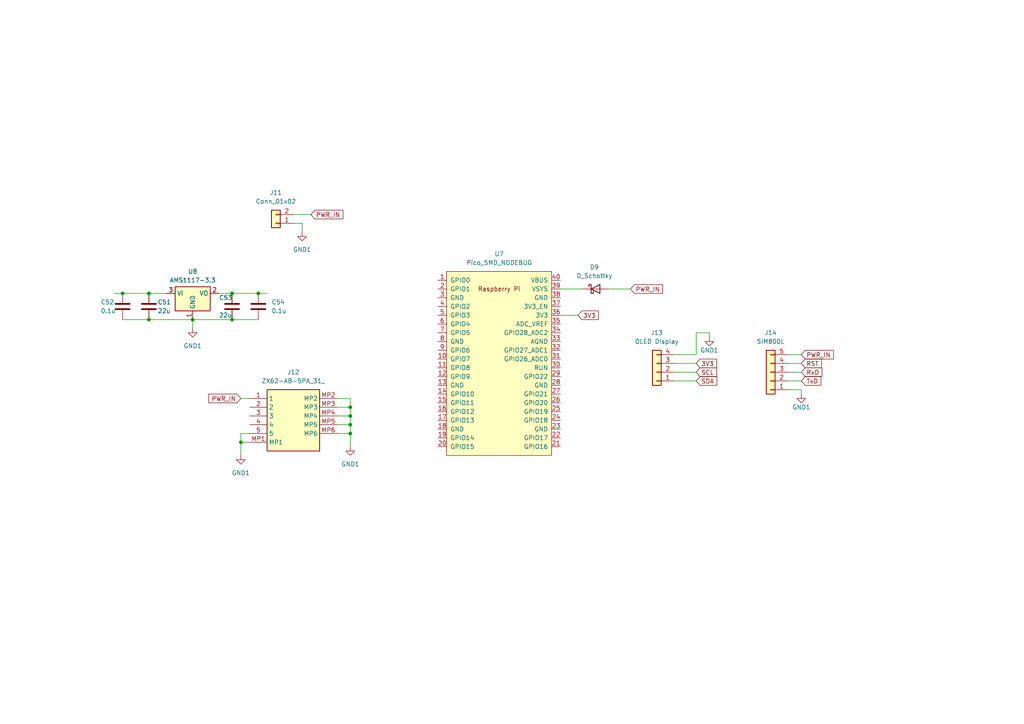
<source format=kicad_sch>
(kicad_sch (version 20230121) (generator eeschema)
  (paper "A4")
  (title_block (date "2024-03-05") (rev "1") (company "Group TUE-01, EE344 \\nAutodialing alarm system for temperature and humidity monitoring\\n\\n\\n\\n"))
  (lib_symbols
    (symbol "Connector_Generic:Conn_01x02" (pin_names (offset 1.016) hide)
      (property "Reference" "J" (at 0 2.54 0))
      (property "Value" "Conn_01x02" (at 0 -5.08 0))
      (symbol "Conn_01x02_1_1"
        (rectangle (start -1.27 -2.413) (end 0 -2.667) (stroke (width 0.1524)))
        (rectangle (start -1.27 0.127) (end 0 -0.127) (stroke (width 0.1524)))
        (rectangle (start -1.27 1.27) (end 1.27 -3.81) (stroke (width 0.254)) (fill (type background)))
        (pin passive line (at -5.08 0 0) (length 3.81) (name "Pin_1") (number "1"))
        (pin passive line (at -5.08 -2.54 0) (length 3.81) (name "Pin_2") (number "2"))
      )
    )
    (symbol "Connector_Generic:Conn_01x04" (pin_names (offset 1.016) hide)
      (property "Reference" "J" (at 0 5.08 0))
      (property "Value" "Conn_01x04" (at 0 -7.62 0))
      (symbol "Conn_01x04_1_1"
        (rectangle (start -1.27 -4.953) (end 0 -5.207) (stroke (width 0.1524)))
        (rectangle (start -1.27 -2.413) (end 0 -2.667) (stroke (width 0.1524)))
        (rectangle (start -1.27 0.127) (end 0 -0.127) (stroke (width 0.1524)))
        (rectangle (start -1.27 2.667) (end 0 2.413) (stroke (width 0.1524)))
        (rectangle (start -1.27 3.81) (end 1.27 -6.35) (stroke (width 0.254)) (fill (type background)))
        (pin passive line (at -5.08 2.54 0) (length 3.81) (name "Pin_1") (number "1"))
        (pin passive line (at -5.08 0 0) (length 3.81) (name "Pin_2") (number "2"))
        (pin passive line (at -5.08 -2.54 0) (length 3.81) (name "Pin_3") (number "3"))
        (pin passive line (at -5.08 -5.08 0) (length 3.81) (name "Pin_4") (number "4"))
      )
    )
    (symbol "Connector_Generic:Conn_01x05" (pin_names (offset 1.016) hide)
      (property "Reference" "J" (at 0 7.62 0))
      (property "Value" "Conn_01x05" (at 0 -7.62 0))
      (symbol "Conn_01x05_1_1"
        (rectangle (start -1.27 -4.953) (end 0 -5.207) (stroke (width 0.1524)))
        (rectangle (start -1.27 -2.413) (end 0 -2.667) (stroke (width 0.1524)))
        (rectangle (start -1.27 0.127) (end 0 -0.127) (stroke (width 0.1524)))
        (rectangle (start -1.27 2.667) (end 0 2.413) (stroke (width 0.1524)))
        (rectangle (start -1.27 5.207) (end 0 4.953) (stroke (width 0.1524)))
        (rectangle (start -1.27 6.35) (end 1.27 -6.35) (stroke (width 0.254)) (fill (type background)))
        (pin passive line (at -5.08 5.08 0) (length 3.81) (name "Pin_1") (number "1"))
        (pin passive line (at -5.08 2.54 0) (length 3.81) (name "Pin_2") (number "2"))
        (pin passive line (at -5.08 0 0) (length 3.81) (name "Pin_3") (number "3"))
        (pin passive line (at -5.08 -2.54 0) (length 3.81) (name "Pin_4") (number "4"))
        (pin passive line (at -5.08 -5.08 0) (length 3.81) (name "Pin_5") (number "5"))
      )
    )
    (symbol "Device:C" (pin_numbers hide) (pin_names (offset 0.254))
      (property "Reference" "C" (at 0.635 2.54 0))
      (property "Value" "C" (at 0.635 -2.54 0))
      (symbol "C_0_1"
        (polyline (pts (xy -2.032 -0.762) (xy 2.032 -0.762)) (stroke (width 0.508)))
        (polyline (pts (xy -2.032 0.762) (xy 2.032 0.762)) (stroke (width 0.508)))
      )
      (symbol "C_1_1"
        (pin passive line (at 0 3.81 270) (length 2.794) (name "~") (number "1"))
        (pin passive line (at 0 -3.81 90) (length 2.794) (name "~") (number "2"))
      )
    )
    (symbol "Device:D_Schottky" (pin_numbers hide) (pin_names (offset 1.016) hide)
      (property "Reference" "D" (at 0 2.54 0))
      (property "Value" "D_Schottky" (at 0 -2.54 0))
      (symbol "D_Schottky_0_1"
        (polyline (pts (xy 1.27 0) (xy -1.27 0)))
        (polyline (pts (xy 1.27 1.27) (xy 1.27 -1.27) (xy -1.27 0) (xy 1.27 1.27)) (stroke (width 0.254)))
        (polyline (pts (xy -1.905 0.635) (xy -1.905 1.27) (xy -1.27 1.27) (xy -1.27 -1.27) (xy -0.635 -1.27) (xy -0.635 -0.635)) (stroke (width 0.254)))
      )
      (symbol "D_Schottky_1_1"
        (pin passive line (at -3.81 0 0) (length 2.54) (name "K") (number "1"))
        (pin passive line (at 3.81 0 180) (length 2.54) (name "A") (number "2"))
      )
    )
    (symbol "RPi Pico:Pico_SMD_NODEBUG" (pin_names (offset 1.016))
      (property "Reference" "U" (at -13.97 27.94 0))
      (property "Value" "Pico_SMD_NODEBUG" (at 0 19.05 0))
      (symbol "Pico_SMD_NODEBUG_0_0"
        (text "Raspberry Pi" (at 0 21.59 0) (effects (font (size 1.27 1.27))))
      )
      (symbol "Pico_SMD_NODEBUG_0_1"
        (rectangle (start -15.24 26.67) (end 15.24 -26.67) (fill (type background)))
      )
      (symbol "Pico_SMD_NODEBUG_1_1"
        (pin bidirectional line (at -17.78 24.13 0) (length 2.54) (name "GPIO0") (number "1"))
        (pin bidirectional line (at -17.78 1.27 0) (length 2.54) (name "GPIO7") (number "10"))
        (pin bidirectional line (at -17.78 -1.27 0) (length 2.54) (name "GPIO8") (number "11"))
        (pin bidirectional line (at -17.78 -3.81 0) (length 2.54) (name "GPIO9") (number "12"))
        (pin power_in line (at -17.78 -6.35 0) (length 2.54) (name "GND") (number "13"))
        (pin bidirectional line (at -17.78 -8.89 0) (length 2.54) (name "GPIO10") (number "14"))
        (pin bidirectional line (at -17.78 -11.43 0) (length 2.54) (name "GPIO11") (number "15"))
        (pin bidirectional line (at -17.78 -13.97 0) (length 2.54) (name "GPIO12") (number "16"))
        (pin bidirectional line (at -17.78 -16.51 0) (length 2.54) (name "GPIO13") (number "17"))
        (pin power_in line (at -17.78 -19.05 0) (length 2.54) (name "GND") (number "18"))
        (pin bidirectional line (at -17.78 -21.59 0) (length 2.54) (name "GPIO14") (number "19"))
        (pin bidirectional line (at -17.78 21.59 0) (length 2.54) (name "GPIO1") (number "2"))
        (pin bidirectional line (at -17.78 -24.13 0) (length 2.54) (name "GPIO15") (number "20"))
        (pin bidirectional line (at 17.78 -24.13 180) (length 2.54) (name "GPIO16") (number "21"))
        (pin bidirectional line (at 17.78 -21.59 180) (length 2.54) (name "GPIO17") (number "22"))
        (pin power_in line (at 17.78 -19.05 180) (length 2.54) (name "GND") (number "23"))
        (pin bidirectional line (at 17.78 -16.51 180) (length 2.54) (name "GPIO18") (number "24"))
        (pin bidirectional line (at 17.78 -13.97 180) (length 2.54) (name "GPIO19") (number "25"))
        (pin bidirectional line (at 17.78 -11.43 180) (length 2.54) (name "GPIO20") (number "26"))
        (pin bidirectional line (at 17.78 -8.89 180) (length 2.54) (name "GPIO21") (number "27"))
        (pin power_in line (at 17.78 -6.35 180) (length 2.54) (name "GND") (number "28"))
        (pin bidirectional line (at 17.78 -3.81 180) (length 2.54) (name "GPIO22") (number "29"))
        (pin power_in line (at -17.78 19.05 0) (length 2.54) (name "GND") (number "3"))
        (pin input line (at 17.78 -1.27 180) (length 2.54) (name "RUN") (number "30"))
        (pin bidirectional line (at 17.78 1.27 180) (length 2.54) (name "GPIO26_ADC0") (number "31"))
        (pin bidirectional line (at 17.78 3.81 180) (length 2.54) (name "GPIO27_ADC1") (number "32"))
        (pin power_in line (at 17.78 6.35 180) (length 2.54) (name "AGND") (number "33"))
        (pin bidirectional line (at 17.78 8.89 180) (length 2.54) (name "GPIO28_ADC2") (number "34"))
        (pin unspecified line (at 17.78 11.43 180) (length 2.54) (name "ADC_VREF") (number "35"))
        (pin unspecified line (at 17.78 13.97 180) (length 2.54) (name "3V3") (number "36"))
        (pin input line (at 17.78 16.51 180) (length 2.54) (name "3V3_EN") (number "37"))
        (pin bidirectional line (at 17.78 19.05 180) (length 2.54) (name "GND") (number "38"))
        (pin unspecified line (at 17.78 21.59 180) (length 2.54) (name "VSYS") (number "39"))
        (pin bidirectional line (at -17.78 16.51 0) (length 2.54) (name "GPIO2") (number "4"))
        (pin unspecified line (at 17.78 24.13 180) (length 2.54) (name "VBUS") (number "40"))
        (pin bidirectional line (at -17.78 13.97 0) (length 2.54) (name "GPIO3") (number "5"))
        (pin bidirectional line (at -17.78 11.43 0) (length 2.54) (name "GPIO4") (number "6"))
        (pin bidirectional line (at -17.78 8.89 0) (length 2.54) (name "GPIO5") (number "7"))
        (pin power_in line (at -17.78 6.35 0) (length 2.54) (name "GND") (number "8"))
        (pin bidirectional line (at -17.78 3.81 0) (length 2.54) (name "GPIO6") (number "9"))
      )
    )
    (symbol "Regulator_Linear:AMS1117-3.3"
      (property "Reference" "U" (at -3.81 3.175 0))
      (property "Value" "AMS1117-3.3" (at 0 3.175 0))
      (symbol "AMS1117-3.3_0_1"
        (rectangle (start -5.08 -5.08) (end 5.08 1.905) (stroke (width 0.254)) (fill (type background)))
      )
      (symbol "AMS1117-3.3_1_1"
        (pin power_in line (at 0 -7.62 90) (length 2.54) (name "GND") (number "1"))
        (pin power_out line (at 7.62 0 180) (length 2.54) (name "VO") (number "2"))
        (pin power_in line (at -7.62 0 0) (length 2.54) (name "VI") (number "3"))
      )
    )
    (symbol "microUSB:ZX62-AB-5PA_31_"
      (property "Reference" "J" (at 21.59 7.62 0))
      (property "Value" "ZX62-AB-5PA_31_" (at 21.59 5.08 0))
      (symbol "ZX62-AB-5PA_31__1_1"
        (rectangle (start 5.08 2.54) (end 20.32 -15.24) (stroke (width 0.254)) (fill (type background)))
        (pin passive line (at 0 0 0) (length 5.08) (name "1") (number "1"))
        (pin passive line (at 0 -2.54 0) (length 5.08) (name "2") (number "2"))
        (pin passive line (at 0 -5.08 0) (length 5.08) (name "3") (number "3"))
        (pin passive line (at 0 -7.62 0) (length 5.08) (name "4") (number "4"))
        (pin passive line (at 0 -10.16 0) (length 5.08) (name "5") (number "5"))
        (pin passive line (at 0 -12.7 0) (length 5.08) (name "MP1") (number "MP1"))
        (pin passive line (at 25.4 0 180) (length 5.08) (name "MP2") (number "MP2"))
        (pin passive line (at 25.4 -2.54 180) (length 5.08) (name "MP3") (number "MP3"))
        (pin passive line (at 25.4 -5.08 180) (length 5.08) (name "MP4") (number "MP4"))
        (pin passive line (at 25.4 -7.62 180) (length 5.08) (name "MP5") (number "MP5"))
        (pin passive line (at 25.4 -10.16 180) (length 5.08) (name "MP6") (number "MP6"))
      )
    )
    (symbol "power:GND1" (power) (pin_names (offset 0))
      (property "Value" "GND1" (at 0 -3.81 0))
      (symbol "GND1_0_1"
        (polyline (pts (xy 0 0) (xy 0 -1.27) (xy 1.27 -1.27) (xy 0 -2.54) (xy -1.27 -1.27) (xy 0 -1.27)))
      )
      (symbol "GND1_1_1"
        (pin power_in line (at 0 0 270) (length 0) hide (name "GND1") (number "1"))
      )
    )
  )
  (junction (at 35.56 85.09))
  (junction (at 101.6 125.73))
  (junction (at 69.85 128.27))
  (junction (at 101.6 118.11))
  (junction (at 55.88 92.71))
  (junction (at 101.6 123.19))
  (junction (at 43.18 92.71))
  (junction (at 67.31 85.09))
  (junction (at 101.6 120.65))
  (junction (at 67.31 92.71))
  (junction (at 43.18 85.09))
  (junction (at 74.93 85.09))
  (wire (pts (xy 33.02 85.09) (xy 35.56 85.09)))
  (wire (pts (xy 228.6 110.49) (xy 232.41 110.49)))
  (wire (pts (xy 195.58 107.95) (xy 201.93 107.95)))
  (wire (pts (xy 101.6 115.57) (xy 101.6 118.11)))
  (wire (pts (xy 97.79 118.11) (xy 101.6 118.11)))
  (wire (pts (xy 97.79 115.57) (xy 101.6 115.57)))
  (wire (pts (xy 35.56 92.71) (xy 43.18 92.71)))
  (wire (pts (xy 69.85 125.73) (xy 69.85 128.27)))
  (wire (pts (xy 55.88 92.71) (xy 67.31 92.71)))
  (wire (pts (xy 67.31 92.71) (xy 74.93 92.71)))
  (wire (pts (xy 228.6 105.41) (xy 232.41 105.41)))
  (wire (pts (xy 43.18 92.71) (xy 55.88 92.71)))
  (wire (pts (xy 232.41 113.03) (xy 232.41 114.3)))
  (wire (pts (xy 72.39 125.73) (xy 69.85 125.73)))
  (wire (pts (xy 201.93 102.87) (xy 201.93 96.52)))
  (wire (pts (xy 69.85 128.27) (xy 69.85 132.08)))
  (wire (pts (xy 101.6 125.73) (xy 101.6 129.54)))
  (wire (pts (xy 101.6 120.65) (xy 101.6 123.19)))
  (wire (pts (xy 97.79 120.65) (xy 101.6 120.65)))
  (wire (pts (xy 74.93 85.09) (xy 77.47 85.09)))
  (wire (pts (xy 205.74 96.52) (xy 205.74 97.79)))
  (wire (pts (xy 72.39 128.27) (xy 69.85 128.27)))
  (wire (pts (xy 101.6 118.11) (xy 101.6 120.65)))
  (wire (pts (xy 69.85 115.57) (xy 72.39 115.57)))
  (wire (pts (xy 201.93 96.52) (xy 205.74 96.52)))
  (wire (pts (xy 162.56 83.82) (xy 168.91 83.82)))
  (wire (pts (xy 97.79 125.73) (xy 101.6 125.73)))
  (wire (pts (xy 228.6 102.87) (xy 232.41 102.87)))
  (wire (pts (xy 97.79 123.19) (xy 101.6 123.19)))
  (wire (pts (xy 195.58 102.87) (xy 201.93 102.87)))
  (wire (pts (xy 87.63 64.77) (xy 87.63 67.31)))
  (wire (pts (xy 43.18 85.09) (xy 48.26 85.09)))
  (wire (pts (xy 63.5 85.09) (xy 67.31 85.09)))
  (wire (pts (xy 101.6 123.19) (xy 101.6 125.73)))
  (wire (pts (xy 162.56 91.44) (xy 167.64 91.44)))
  (wire (pts (xy 195.58 105.41) (xy 201.93 105.41)))
  (wire (pts (xy 176.53 83.82) (xy 182.88 83.82)))
  (wire (pts (xy 195.58 110.49) (xy 201.93 110.49)))
  (wire (pts (xy 55.88 92.71) (xy 55.88 95.25)))
  (wire (pts (xy 35.56 85.09) (xy 43.18 85.09)))
  (wire (pts (xy 85.09 62.23) (xy 90.17 62.23)))
  (wire (pts (xy 67.31 85.09) (xy 74.93 85.09)))
  (wire (pts (xy 85.09 64.77) (xy 87.63 64.77)))
  (wire (pts (xy 228.6 113.03) (xy 232.41 113.03)))
  (wire (pts (xy 228.6 107.95) (xy 232.41 107.95)))
  (global_label "RST" (shape input) (at 232.41 105.41 0) (property "Intersheetrefs" "${INTERSHEET_REFS}" (effects hide)))
  (global_label "TxD" (shape input) (at 232.41 110.49 0) (property "Intersheetrefs" "${INTERSHEET_REFS}" (effects hide)))
  (global_label "SCL" (shape input) (at 201.93 107.95 0) (property "Intersheetrefs" "${INTERSHEET_REFS}" (effects hide)))
  (global_label "RxD" (shape input) (at 232.41 107.95 0) (property "Intersheetrefs" "${INTERSHEET_REFS}" (effects hide)))
  (global_label "SDA" (shape input) (at 201.93 110.49 0) (property "Intersheetrefs" "${INTERSHEET_REFS}" (effects hide)))
  (global_label "PWR_IN" (shape input) (at 232.41 102.87 0) (property "Intersheetrefs" "${INTERSHEET_REFS}" (effects hide)))
  (global_label "3V3" (shape input) (at 201.93 105.41 0) (property "Intersheetrefs" "${INTERSHEET_REFS}" (effects hide)))
  (global_label "PWR_IN" (shape input) (at 182.88 83.82 0) (property "Intersheetrefs" "${INTERSHEET_REFS}" (effects hide)))
  (global_label "PWR_IN" (shape input) (at 69.85 115.57 180) (property "Intersheetrefs" "${INTERSHEET_REFS}" (effects hide)))
  (global_label "PWR_IN" (shape input) (at 90.17 62.23 0) (property "Intersheetrefs" "${INTERSHEET_REFS}" (effects hide)))
  (global_label "3V3" (shape input) (at 167.64 91.44 0) (property "Intersheetrefs" "${INTERSHEET_REFS}" (effects hide)))
  (symbol (lib_id "Connector_Generic:Conn_01x04") (at 190.5 107.95 180) (unit 1)
    (property "Reference" "J13" (at 190.5 96.52 0))
    (property "Value" "OLED Display" (at 190.5 99.06 0))
  )
  (symbol (lib_id "power:GND1") (at 232.41 114.3 0) (unit 1)
    (property "Reference" "#PWR074" (effects hide))
    (property "Value" "GND1" (at 232.41 118.11 0))
  )
  (symbol (lib_id "Regulator_Linear:AMS1117-3.3") (at 55.88 85.09 0) (unit 1)
    (property "Reference" "U8" (at 55.88 78.74 0))
    (property "Value" "AMS1117-3.3" (at 55.88 81.28 0))
    (property "Footprint" "Package_TO_SOT_SMD:SOT-223-3_TabPin2" (effects hide))
    (property "Datasheet" "http://www.advanced-monolithic.com/pdf/ds1117.pdf" (effects hide))
  )
  (symbol (lib_id "Device:C") (at 35.56 88.9 0) (unit 1)
    (property "Reference" "C52" (at 29.21 87.63 0) (effects (justify left)))
    (property "Value" "0.1u" (at 29.21 90.17 0) (effects (justify left)))
  )
  (symbol (lib_id "power:GND1") (at 87.63 67.31 0) (unit 1)
    (property "Reference" "#PWR069" (effects hide))
    (property "Value" "GND1" (at 87.63 72.39 0))
  )
  (symbol (lib_id "Connector_Generic:Conn_01x05") (at 223.52 107.95 180) (unit 1)
    (property "Reference" "J14" (at 223.52 96.52 0))
    (property "Value" "SIM800L" (at 223.52 99.06 0))
  )
  (symbol (lib_id "microUSB:ZX62-AB-5PA_31_") (at 72.39 115.57 0) (unit 1)
    (property "Reference" "J12" (at 85.09 107.95 0))
    (property "Value" "ZX62-AB-5PA_31_" (at 85.09 110.49 0))
    (property "Footprint" "ZX62AB5PA31" (effects hide))
    (property "Datasheet" "https://componentsearchengine.com/Datasheets/1/ZX62-AB-5PA(31).pdf" (effects hide))
    (property "Height" "2.8" (effects hide))
    (property "Mouser Part Number" "798-ZX62-AB-5PA31" (effects hide))
    (property "Mouser Price/Stock" "https://www.mouser.co.uk/ProductDetail/Hirose-Connector/ZX62-AB-5PA31?qs=4J5DPWWS9ECs22kuZOYOxg%3D%3D" (effects hide))
    (property "Manufacturer_Name" "Hirose" (effects hide))
    (property "Manufacturer_Part_Number" "ZX62-AB-5PA(31)" (effects hide))
  )
  (symbol (lib_id "Device:C") (at 67.31 88.9 0) (unit 1)
    (property "Reference" "C53" (at 63.5 86.36 0) (effects (justify left)))
    (property "Value" "22u" (at 63.5 91.44 0) (effects (justify left)))
  )
  (symbol (lib_id "Device:C") (at 43.18 88.9 0) (unit 1)
    (property "Reference" "C51" (at 45.72 87.63 0) (effects (justify left)))
    (property "Value" "22u" (at 45.72 90.17 0) (effects (justify left)))
  )
  (symbol (lib_id "Connector_Generic:Conn_01x02") (at 80.01 64.77 180) (unit 1)
    (property "Reference" "J11" (at 80.01 55.88 0))
    (property "Value" "Conn_01x02" (at 80.01 58.42 0))
  )
  (symbol (lib_id "power:GND1") (at 101.6 129.54 0) (unit 1)
    (property "Reference" "#PWR070" (effects hide))
    (property "Value" "GND1" (at 101.6 134.62 0))
  )
  (symbol (lib_id "Device:D_Schottky") (at 172.72 83.82 0) (unit 1)
    (property "Reference" "D9" (at 172.4025 77.47 0))
    (property "Value" "D_Schottky" (at 172.4025 80.01 0))
  )
  (symbol (lib_id "power:GND1") (at 55.88 95.25 0) (unit 1)
    (property "Reference" "#PWR073" (effects hide))
    (property "Value" "GND1" (at 55.88 100.33 0))
  )
  (symbol (lib_id "RPi Pico:Pico_SMD_NODEBUG") (at 144.78 105.41 0) (unit 1)
    (property "Reference" "U7" (at 144.78 73.66 0))
    (property "Value" "Pico_SMD_NODEBUG" (at 144.78 76.2 0))
    (property "Footprint" "RPi_Pico:RPi_Pico_SMD" (effects hide))
  )
  (symbol (lib_id "power:GND1") (at 69.85 132.08 0) (unit 1)
    (property "Reference" "#PWR071" (effects hide))
    (property "Value" "GND1" (at 69.85 137.16 0))
  )
  (symbol (lib_id "Device:C") (at 74.93 88.9 0) (unit 1)
    (property "Reference" "C54" (at 78.74 87.63 0) (effects (justify left)))
    (property "Value" "0.1u" (at 78.74 90.17 0) (effects (justify left)))
  )
  (symbol (lib_id "power:GND1") (at 205.74 97.79 0) (unit 1)
    (property "Reference" "#PWR072" (effects hide))
    (property "Value" "GND1" (at 205.74 101.6 0))
  )
)
</source>
